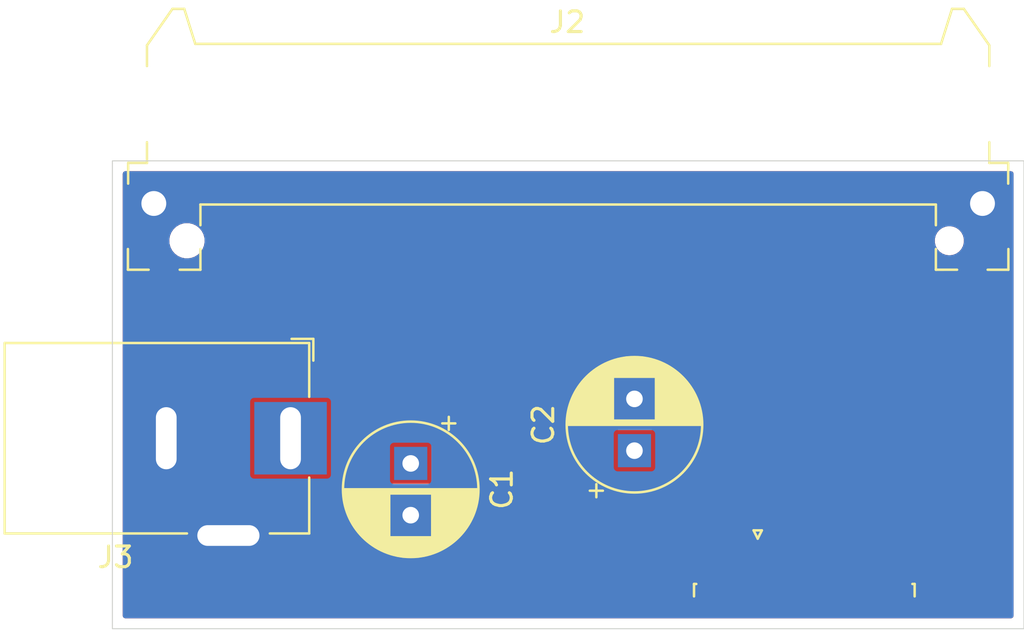
<source format=kicad_pcb>
(kicad_pcb (version 20221018) (generator pcbnew)
  (title_block (title "Tape SATA Plug") (date "2024-03-14") (rev "1.0") (company "JetERA Creative") (comment 1 "https://creativecommons.org/licenses/by-sa/4.0/legalcode.en") (comment 2 "Use of this schematic is governed under the CC BY-SA 4.0 International license."))
  (layers (0 "F.Cu" signal) (31 "B.Cu" signal) (34 "B.Paste" user) (35 "F.Paste" user) (36 "B.SilkS" user "B.Silkscreen") (37 "F.SilkS" user "F.Silkscreen") (38 "B.Mask" user) (39 "F.Mask" user) (44 "Edge.Cuts" user))
  (net 0 "")
  (net 1 "GND")
  (net 2 "+12V")
  (net 6 "/B+")
  (net 7 "/B-")
  (net 8 "/A-")
  (net 9 "/A+")
  (net 10 "/5V")
  (footprint "Connector_SATA_SAS:SATA_Amphenol_10029364-001LF_Horizontal" (layer "F.Cu") (at 150 84.20492)
    (fp_text reference "J2" (at -0.04064 -9.90624) (layer "F.SilkS"))
    (fp_text value "~")
    (fp_line (start -21.25 1.05508) (end -21.25 2.05508) (stroke (width 0.12)) (layer "F.SilkS"))
    (fp_line (start -21.25 2.05508) (end -20.25 2.05508) (stroke (width 0.12)) (layer "F.SilkS"))
    (fp_line (start -21.24 -3.10492) (end -21.24 -2.10492) (stroke (width 0.12)) (layer "F.SilkS"))
    (fp_line (start -21.24 -3.10492) (end -20.33 -3.10492) (stroke (width 0.12)) (layer "F.SilkS"))
    (fp_line (start -20.33 -8.78492) (end -20.33 -7.78492) (stroke (width 0.12)) (layer "F.SilkS"))
    (fp_line (start -20.33 -8.78492) (end -19.1 -10.54492) (stroke (width 0.12)) (layer "F.SilkS"))
    (fp_line (start -20.33 -3.10492) (end -20.33 -4.10492) (stroke (width 0.12)) (layer "F.SilkS"))
    (fp_line (start -19.1 -10.54492) (end -18.53 -10.54492) (stroke (width 0.12)) (layer "F.SilkS"))
    (fp_line (start -18.75 2.05508) (end -17.75 2.05508) (stroke (width 0.12)) (layer "F.SilkS"))
    (fp_line (start -18 -8.85492) (end -18.53 -10.54492) (stroke (width 0.12)) (layer "F.SilkS"))
    (fp_line (start -17.75 -1.09492) (end -17.75 -0.09492) (stroke (width 0.12)) (layer "F.SilkS"))
    (fp_line (start -17.75 1.05508) (end -17.75 2.05508) (stroke (width 0.12)) (layer "F.SilkS"))
    (fp_line (start 17.75 -1.09492) (end -17.75 -1.09492) (stroke (width 0.12)) (layer "F.SilkS"))
    (fp_line (start 17.75 -1.09492) (end 17.75 -0.09492) (stroke (width 0.12)) (layer "F.SilkS"))
    (fp_line (start 17.75 1.05508) (end 17.75 2.05508) (stroke (width 0.12)) (layer "F.SilkS"))
    (fp_line (start 18 -8.85492) (end -18 -8.85492) (stroke (width 0.12)) (layer "F.SilkS"))
    (fp_line (start 18 -8.85492) (end 18.53 -10.54492) (stroke (width 0.12)) (layer "F.SilkS"))
    (fp_line (start 18.77314 2.05486) (end 17.75 2.05508) (stroke (width 0.12)) (layer "F.SilkS"))
    (fp_line (start 19.1 -10.54492) (end 18.53 -10.54492) (stroke (width 0.12)) (layer "F.SilkS"))
    (fp_line (start 20.33 -8.78492) (end 19.1 -10.54492) (stroke (width 0.12)) (layer "F.SilkS"))
    (fp_line (start 20.33 -8.78492) (end 20.33 -7.78492) (stroke (width 0.12)) (layer "F.SilkS"))
    (fp_line (start 20.33 -3.10492) (end 20.33 -4.10492) (stroke (width 0.12)) (layer "F.SilkS"))
    (fp_line (start 21.24 -3.10492) (end 20.33 -3.10492) (stroke (width 0.12)) (layer "F.SilkS"))
    (fp_line (start 21.24 -3.10492) (end 21.24 -2.10492) (stroke (width 0.12)) (layer "F.SilkS"))
    (fp_line (start 21.25 1.05508) (end 21.25 2.05508) (stroke (width 0.12)) (layer "F.SilkS"))
    (fp_line (start 21.25 2.05508) (end 20.25 2.05508) (stroke (width 0.12)) (layer "F.SilkS"))
    (pad "" np_thru_hole circle (at -18.4 0.65508) (size 1.2 1.2) (drill 1.2) (layers "*.Mask" "B.Cu"))
    (pad "" np_thru_hole circle (at 18.4 0.65508) (size 0.9 0.9) (drill 0.9) (layers "*.Mask" "B.Cu"))
    (pad "MP" thru_hole circle (at -20 -1.14492) (size 1.6 1.6) (drill 1.2) (layers "*.Cu" "*.Mask") (net 1 "GND"))
    (pad "MP" thru_hole circle (at 20 -1.14492) (size 1.6 1.6) (drill 1.2) (layers "*.Cu" "*.Mask") (net 1 "GND"))
    (pad "P1" smd rect (at 1.905 0.99508) (size 0.65 1.9) (layers "F.Cu" "F.Paste" "F.Mask"))
    (pad "P2" smd rect (at 0.635 0.99508) (size 0.65 1.9) (layers "F.Cu" "F.Paste" "F.Mask"))
    (pad "P3" smd rect (at -0.635 0.99508) (size 0.65 1.9) (layers "F.Cu" "F.Paste" "F.Mask"))
    (pad "P4" smd rect (at -1.905 0.99508) (size 0.65 1.9) (layers "F.Cu" "F.Paste" "F.Mask") (net 1 "GND"))
    (pad "P5" smd rect (at -3.175 0.99508) (size 0.65 1.9) (layers "F.Cu" "F.Paste" "F.Mask") (net 1 "GND"))
    (pad "P6" smd rect (at -4.445 0.99508) (size 0.65 1.9) (layers "F.Cu" "F.Paste" "F.Mask") (net 1 "GND"))
    (pad "P7" smd rect (at -5.715 0.99508) (size 0.65 1.9) (layers "F.Cu" "F.Paste" "F.Mask") (net 10 "/5V"))
    (pad "P8" smd rect (at -6.985 0.99508) (size 0.65 1.9) (layers "F.Cu" "F.Paste" "F.Mask") (net 10 "/5V"))
    (pad "P9" smd rect (at -8.255 0.99508) (size 0.65 1.9) (layers "F.Cu" "F.Paste" "F.Mask") (net 10 "/5V"))
    (pad "P10" smd rect (at -9.525 0.99508) (size 0.65 1.9) (layers "F.Cu" "F.Paste" "F.Mask") (net 1 "GND"))
    (pad "P11" smd rect (at -10.795 0.99508) (size 0.65 1.9) (layers "F.Cu" "F.Paste" "F.Mask") (net 1 "GND"))
    (pad "P12" smd rect (at -12.065 0.99508) (size 0.65 1.9) (layers "F.Cu" "F.Paste" "F.Mask") (net 1 "GND"))
    (pad "P13" smd rect (at -13.335 0.99508) (size 0.65 1.9) (layers "F.Cu" "F.Paste" "F.Mask") (net 2 "+12V"))
    (pad "P14" smd rect (at -14.605 0.99508) (size 0.65 1.9) (layers "F.Cu" "F.Paste" "F.Mask") (net 2 "+12V"))
    (pad "P15" smd rect (at -15.875 0.99508) (size 0.65 1.9) (layers "F.Cu" "F.Paste" "F.Mask") (net 2 "+12V"))
    (pad "S1" smd rect (at 15.87 0.99508) (size 0.65 1.9) (layers "F.Cu" "F.Paste" "F.Mask") (net 1 "GND"))
    (pad "S2" smd rect (at 14.6 0.99508) (size 0.65 1.9) (layers "F.Cu" "F.Paste" "F.Mask") (net 9 "/A+"))
    (pad "S3" smd rect (at 13.33 0.99508) (size 0.65 1.9) (layers "F.Cu" "F.Paste" "F.Mask") (net 8 "/A-"))
    (pad "S4" smd rect (at 12.06 0.99508) (size 0.65 1.9) (layers "F.Cu" "F.Paste" "F.Mask") (net 1 "GND"))
    (pad "S5" smd rect (at 10.79 0.99508) (size 0.65 1.9) (layers "F.Cu" "F.Paste" "F.Mask") (net 7 "/B-"))
    (pad "S6" smd rect (at 9.52 0.99508) (size 0.65 1.9) (layers "F.Cu" "F.Paste" "F.Mask") (net 6 "/B+"))
    (pad "S7" smd rect (at 8.25 0.99508) (size 0.65 1.9) (layers "F.Cu" "F.Paste" "F.Mask") (net 1 "GND"))
  )
  (footprint "Connector_FFC-FPC:TE_1-1734839-0_1x10-1MP_P0.5mm_Horizontal" (layer "F.Cu") (at 161.4 99.4)
    (fp_text reference "J1" hide)
    (fp_text value "Conn_01x10_MountingPin")
    (fp_line (start -5.325 2.04) (end -5.325 2.64) (stroke (width 0.12)) (layer "F.SilkS"))
    (fp_line (start -5.215 2.04) (end -5.325 2.04) (stroke (width 0.12)) (layer "F.SilkS"))
    (fp_line (start -2.45 -0.55) (end -2.25 -0.15) (stroke (width 0.12)) (layer "F.SilkS"))
    (fp_line (start -2.25 -0.15) (end -2.05 -0.55) (stroke (width 0.12)) (layer "F.SilkS"))
    (fp_line (start -2.05 -0.55) (end -2.45 -0.55) (stroke (width 0.12)) (layer "F.SilkS"))
    (fp_line (start 5.215 2.04) (end 5.325 2.04) (stroke (width 0.12)) (layer "F.SilkS"))
    (fp_line (start 5.325 2.04) (end 5.325 2.64) (stroke (width 0.12)) (layer "F.SilkS"))
    (pad "1" smd rect (at -2.25 -1.35) (size 0.3 1.1) (layers "F.Cu" "F.Paste" "F.Mask") (net 10 "/5V"))
    (pad "2" smd rect (at -1.75 -1.35) (size 0.3 1.1) (layers "F.Cu" "F.Paste" "F.Mask") (net 10 "/5V"))
    (pad "3" smd rect (at -1.25 -1.35) (size 0.3 1.1) (layers "F.Cu" "F.Paste" "F.Mask") (net 10 "/5V"))
    (pad "4" smd rect (at -0.75 -1.35) (size 0.3 1.1) (layers "F.Cu" "F.Paste" "F.Mask") (net 1 "GND"))
    (pad "5" smd rect (at -0.25 -1.35) (size 0.3 1.1) (layers "F.Cu" "F.Paste" "F.Mask") (net 6 "/B+"))
    (pad "6" smd rect (at 0.25 -1.35) (size 0.3 1.1) (layers "F.Cu" "F.Paste" "F.Mask") (net 7 "/B-"))
    (pad "7" smd rect (at 0.75 -1.35) (size 0.3 1.1) (layers "F.Cu" "F.Paste" "F.Mask") (net 1 "GND"))
    (pad "8" smd rect (at 1.25 -1.35) (size 0.3 1.1) (layers "F.Cu" "F.Paste" "F.Mask") (net 8 "/A-"))
    (pad "9" smd rect (at 1.75 -1.35) (size 0.3 1.1) (layers "F.Cu" "F.Paste" "F.Mask") (net 9 "/A+"))
    (pad "10" smd rect (at 2.25 -1.35) (size 0.3 1.1) (layers "F.Cu" "F.Paste" "F.Mask") (net 1 "GND"))
    (pad "MP" smd rect (at -3.92 0.35) (size 2.3 3.1) (layers "F.Cu" "F.Paste" "F.Mask") (net 1 "GND"))
    (pad "MP" smd rect (at 3.92 0.35) (size 2.3 3.1) (layers "F.Cu" "F.Paste" "F.Mask") (net 1 "GND"))
  )
  (footprint "Connector_BarrelJack:BarrelJack_Horizontal" (layer "F.Cu") (at 136.6 94.4)
    (fp_text reference "J3" (at -8.45 5.75) (layer "F.SilkS"))
    (fp_text value "Barrel_Jack_Switch")
    (fp_line (start -13.8 -4.6) (end 0.9 -4.6) (stroke (width 0.12)) (layer "F.SilkS"))
    (fp_line (start -13.8 4.6) (end -13.8 -4.6) (stroke (width 0.12)) (layer "F.SilkS"))
    (fp_line (start -5 4.6) (end -13.8 4.6) (stroke (width 0.12)) (layer "F.SilkS"))
    (fp_line (start 0.05 -4.8) (end 1.1 -4.8) (stroke (width 0.12)) (layer "F.SilkS"))
    (fp_line (start 0.9 -4.6) (end 0.9 -2) (stroke (width 0.12)) (layer "F.SilkS"))
    (fp_line (start 0.9 1.9) (end 0.9 4.6) (stroke (width 0.12)) (layer "F.SilkS"))
    (fp_line (start 0.9 4.6) (end -1 4.6) (stroke (width 0.12)) (layer "F.SilkS"))
    (fp_line (start 1.1 -3.75) (end 1.1 -4.8) (stroke (width 0.12)) (layer "F.SilkS"))
    (pad "1" thru_hole rect (at 0 0) (size 3.5 3.5) (drill oval 1 3) (layers "*.Cu" "*.Mask") (net 2 "+12V"))
    (pad "2" thru_hole roundrect (at -6 0) (size 3 3.5) (drill oval 1 3) (layers "*.Cu" "*.Mask") (net 1 "GND"))
    (pad "3" thru_hole roundrect (at -3 4.7) (size 3.5 3.5) (drill oval 3 1) (layers "*.Cu" "*.Mask") (net 1 "GND"))
  )
  (footprint "Capacitor_THT:CP_Radial_D6.3mm_P2.50mm" (layer "F.Cu") (at 142.4 95.617621 -90)
    (fp_text reference "C1" (at 1.25 -4.4 90) (layer "F.SilkS"))
    (fp_text value "470uF")
    (fp_line (start -2.250241 -1.839) (end -1.620241 -1.839) (stroke (width 0.12)) (layer "F.SilkS"))
    (fp_line (start -1.935241 -2.154) (end -1.935241 -1.524) (stroke (width 0.12)) (layer "F.SilkS"))
    (fp_line (start 1.25 -3.23) (end 1.25 3.23) (stroke (width 0.12)) (layer "F.SilkS"))
    (fp_line (start 1.29 -3.23) (end 1.29 3.23) (stroke (width 0.12)) (layer "F.SilkS"))
    (fp_line (start 1.33 -3.23) (end 1.33 3.23) (stroke (width 0.12)) (layer "F.SilkS"))
    (fp_line (start 1.37 -3.228) (end 1.37 3.228) (stroke (width 0.12)) (layer "F.SilkS"))
    (fp_line (start 1.41 -3.227) (end 1.41 3.227) (stroke (width 0.12)) (layer "F.SilkS"))
    (fp_line (start 1.45 -3.224) (end 1.45 3.224) (stroke (width 0.12)) (layer "F.SilkS"))
    (fp_line (start 1.49 -3.222) (end 1.49 -1.04) (stroke (width 0.12)) (layer "F.SilkS"))
    (fp_line (start 1.49 1.04) (end 1.49 3.222) (stroke (width 0.12)) (layer "F.SilkS"))
    (fp_line (start 1.53 -3.218) (end 1.53 -1.04) (stroke (width 0.12)) (layer "F.SilkS"))
    (fp_line (start 1.53 1.04) (end 1.53 3.218) (stroke (width 0.12)) (layer "F.SilkS"))
    (fp_line (start 1.57 -3.215) (end 1.57 -1.04) (stroke (width 0.12)) (layer "F.SilkS"))
    (fp_line (start 1.57 1.04) (end 1.57 3.215) (stroke (width 0.12)) (layer "F.SilkS"))
    (fp_line (start 1.61 -3.211) (end 1.61 -1.04) (stroke (width 0.12)) (layer "F.SilkS"))
    (fp_line (start 1.61 1.04) (end 1.61 3.211) (stroke (width 0.12)) (layer "F.SilkS"))
    (fp_line (start 1.65 -3.206) (end 1.65 -1.04) (stroke (width 0.12)) (layer "F.SilkS"))
    (fp_line (start 1.65 1.04) (end 1.65 3.206) (stroke (width 0.12)) (layer "F.SilkS"))
    (fp_line (start 1.69 -3.201) (end 1.69 -1.04) (stroke (width 0.12)) (layer "F.SilkS"))
    (fp_line (start 1.69 1.04) (end 1.69 3.201) (stroke (width 0.12)) (layer "F.SilkS"))
    (fp_line (start 1.73 -3.195) (end 1.73 -1.04) (stroke (width 0.12)) (layer "F.SilkS"))
    (fp_line (start 1.73 1.04) (end 1.73 3.195) (stroke (width 0.12)) (layer "F.SilkS"))
    (fp_line (start 1.77 -3.189) (end 1.77 -1.04) (stroke (width 0.12)) (layer "F.SilkS"))
    (fp_line (start 1.77 1.04) (end 1.77 3.189) (stroke (width 0.12)) (layer "F.SilkS"))
    (fp_line (start 1.81 -3.182) (end 1.81 -1.04) (stroke (width 0.12)) (layer "F.SilkS"))
    (fp_line (start 1.81 1.04) (end 1.81 3.182) (stroke (width 0.12)) (layer "F.SilkS"))
    (fp_line (start 1.85 -3.175) (end 1.85 -1.04) (stroke (width 0.12)) (layer "F.SilkS"))
    (fp_line (start 1.85 1.04) (end 1.85 3.175) (stroke (width 0.12)) (layer "F.SilkS"))
    (fp_line (start 1.89 -3.167) (end 1.89 -1.04) (stroke (width 0.12)) (layer "F.SilkS"))
    (fp_line (start 1.89 1.04) (end 1.89 3.167) (stroke (width 0.12)) (layer "F.SilkS"))
    (fp_line (start 1.93 -3.159) (end 1.93 -1.04) (stroke (width 0.12)) (layer "F.SilkS"))
    (fp_line (start 1.93 1.04) (end 1.93 3.159) (stroke (width 0.12)) (layer "F.SilkS"))
    (fp_line (start 1.971 -3.15) (end 1.971 -1.04) (stroke (width 0.12)) (layer "F.SilkS"))
    (fp_line (start 1.971 1.04) (end 1.971 3.15) (stroke (width 0.12)) (layer "F.SilkS"))
    (fp_line (start 2.011 -3.141) (end 2.011 -1.04) (stroke (width 0.12)) (layer "F.SilkS"))
    (fp_line (start 2.011 1.04) (end 2.011 3.141) (stroke (width 0.12)) (layer "F.SilkS"))
    (fp_line (start 2.051 -3.131) (end 2.051 -1.04) (stroke (width 0.12)) (layer "F.SilkS"))
    (fp_line (start 2.051 1.04) (end 2.051 3.131) (stroke (width 0.12)) (layer "F.SilkS"))
    (fp_line (start 2.091 -3.121) (end 2.091 -1.04) (stroke (width 0.12)) (layer "F.SilkS"))
    (fp_line (start 2.091 1.04) (end 2.091 3.121) (stroke (width 0.12)) (layer "F.SilkS"))
    (fp_line (start 2.131 -3.11) (end 2.131 -1.04) (stroke (width 0.12)) (layer "F.SilkS"))
    (fp_line (start 2.131 1.04) (end 2.131 3.11) (stroke (width 0.12)) (layer "F.SilkS"))
    (fp_line (start 2.171 -3.098) (end 2.171 -1.04) (stroke (width 0.12)) (layer "F.SilkS"))
    (fp_line (start 2.171 1.04) (end 2.171 3.098) (stroke (width 0.12)) (layer "F.SilkS"))
    (fp_line (start 2.211 -3.086) (end 2.211 -1.04) (stroke (width 0.12)) (layer "F.SilkS"))
    (fp_line (start 2.211 1.04) (end 2.211 3.086) (stroke (width 0.12)) (layer "F.SilkS"))
    (fp_line (start 2.251 -3.074) (end 2.251 -1.04) (stroke (width 0.12)) (layer "F.SilkS"))
    (fp_line (start 2.251 1.04) (end 2.251 3.074) (stroke (width 0.12)) (layer "F.SilkS"))
    (fp_line (start 2.291 -3.061) (end 2.291 -1.04) (stroke (width 0.12)) (layer "F.SilkS"))
    (fp_line (start 2.291 1.04) (end 2.291 3.061) (stroke (width 0.12)) (layer "F.SilkS"))
    (fp_line (start 2.331 -3.047) (end 2.331 -1.04) (stroke (width 0.12)) (layer "F.SilkS"))
    (fp_line (start 2.331 1.04) (end 2.331 3.047) (stroke (width 0.12)) (layer "F.SilkS"))
    (fp_line (start 2.371 -3.033) (end 2.371 -1.04) (stroke (width 0.12)) (layer "F.SilkS"))
    (fp_line (start 2.371 1.04) (end 2.371 3.033) (stroke (width 0.12)) (layer "F.SilkS"))
    (fp_line (start 2.411 -3.018) (end 2.411 -1.04) (stroke (width 0.12)) (layer "F.SilkS"))
    (fp_line (start 2.411 1.04) (end 2.411 3.018) (stroke (width 0.12)) (layer "F.SilkS"))
    (fp_line (start 2.451 -3.002) (end 2.451 -1.04) (stroke (width 0.12)) (layer "F.SilkS"))
    (fp_line (start 2.451 1.04) (end 2.451 3.002) (stroke (width 0.12)) (layer "F.SilkS"))
    (fp_line (start 2.491 -2.986) (end 2.491 -1.04) (stroke (width 0.12)) (layer "F.SilkS"))
    (fp_line (start 2.491 1.04) (end 2.491 2.986) (stroke (width 0.12)) (layer "F.SilkS"))
    (fp_line (start 2.531 -2.97) (end 2.531 -1.04) (stroke (width 0.12)) (layer "F.SilkS"))
    (fp_line (start 2.531 1.04) (end 2.531 2.97) (stroke (width 0.12)) (layer "F.SilkS"))
    (fp_line (start 2.571 -2.952) (end 2.571 -1.04) (stroke (width 0.12)) (layer "F.SilkS"))
    (fp_line (start 2.571 1.04) (end 2.571 2.952) (stroke (width 0.12)) (layer "F.SilkS"))
    (fp_line (start 2.611 -2.934) (end 2.611 -1.04) (stroke (width 0.12)) (layer "F.SilkS"))
    (fp_line (start 2.611 1.04) (end 2.611 2.934) (stroke (width 0.12)) (layer "F.SilkS"))
    (fp_line (start 2.651 -2.916) (end 2.651 -1.04) (stroke (width 0.12)) (layer "F.SilkS"))
    (fp_line (start 2.651 1.04) (end 2.651 2.916) (stroke (width 0.12)) (layer "F.SilkS"))
    (fp_line (start 2.691 -2.896) (end 2.691 -1.04) (stroke (width 0.12)) (layer "F.SilkS"))
    (fp_line (start 2.691 1.04) (end 2.691 2.896) (stroke (width 0.12)) (layer "F.SilkS"))
    (fp_line (start 2.731 -2.876) (end 2.731 -1.04) (stroke (width 0.12)) (layer "F.SilkS"))
    (fp_line (start 2.731 1.04) (end 2.731 2.876) (stroke (width 0.12)) (layer "F.SilkS"))
    (fp_line (start 2.771 -2.856) (end 2.771 -1.04) (stroke (width 0.12)) (layer "F.SilkS"))
    (fp_line (start 2.771 1.04) (end 2.771 2.856) (stroke (width 0.12)) (layer "F.SilkS"))
    (fp_line (start 2.811 -2.834) (end 2.811 -1.04) (stroke (width 0.12)) (layer "F.SilkS"))
    (fp_line (start 2.811 1.04) (end 2.811 2.834) (stroke (width 0.12)) (layer "F.SilkS"))
    (fp_line (start 2.851 -2.812) (end 2.851 -1.04) (stroke (width 0.12)) (layer "F.SilkS"))
    (fp_line (start 2.851 1.04) (end 2.851 2.812) (stroke (width 0.12)) (layer "F.SilkS"))
    (fp_line (start 2.891 -2.79) (end 2.891 -1.04) (stroke (width 0.12)) (layer "F.SilkS"))
    (fp_line (start 2.891 1.04) (end 2.891 2.79) (stroke (width 0.12)) (layer "F.SilkS"))
    (fp_line (start 2.931 -2.766) (end 2.931 -1.04) (stroke (width 0.12)) (layer "F.SilkS"))
    (fp_line (start 2.931 1.04) (end 2.931 2.766) (stroke (width 0.12)) (layer "F.SilkS"))
    (fp_line (start 2.971 -2.742) (end 2.971 -1.04) (stroke (width 0.12)) (layer "F.SilkS"))
    (fp_line (start 2.971 1.04) (end 2.971 2.742) (stroke (width 0.12)) (layer "F.SilkS"))
    (fp_line (start 3.011 -2.716) (end 3.011 -1.04) (stroke (width 0.12)) (layer "F.SilkS"))
    (fp_line (start 3.011 1.04) (end 3.011 2.716) (stroke (width 0.12)) (layer "F.SilkS"))
    (fp_line (start 3.051 -2.69) (end 3.051 -1.04) (stroke (width 0.12)) (layer "F.SilkS"))
    (fp_line (start 3.051 1.04) (end 3.051 2.69) (stroke (width 0.12)) (layer "F.SilkS"))
    (fp_line (start 3.091 -2.664) (end 3.091 -1.04) (stroke (width 0.12)) (layer "F.SilkS"))
    (fp_line (start 3.091 1.04) (end 3.091 2.664) (stroke (width 0.12)) (layer "F.SilkS"))
    (fp_line (start 3.131 -2.636) (end 3.131 -1.04) (stroke (width 0.12)) (layer "F.SilkS"))
    (fp_line (start 3.131 1.04) (end 3.131 2.636) (stroke (width 0.12)) (layer "F.SilkS"))
    (fp_line (start 3.171 -2.607) (end 3.171 -1.04) (stroke (width 0.12)) (layer "F.SilkS"))
    (fp_line (start 3.171 1.04) (end 3.171 2.607) (stroke (width 0.12)) (layer "F.SilkS"))
    (fp_line (start 3.211 -2.578) (end 3.211 -1.04) (stroke (width 0.12)) (layer "F.SilkS"))
    (fp_line (start 3.211 1.04) (end 3.211 2.578) (stroke (width 0.12)) (layer "F.SilkS"))
    (fp_line (start 3.251 -2.548) (end 3.251 -1.04) (stroke (width 0.12)) (layer "F.SilkS"))
    (fp_line (start 3.251 1.04) (end 3.251 2.548) (stroke (width 0.12)) (layer "F.SilkS"))
    (fp_line (start 3.291 -2.516) (end 3.291 -1.04) (stroke (width 0.12)) (layer "F.SilkS"))
    (fp_line (start 3.291 1.04) (end 3.291 2.516) (stroke (width 0.12)) (layer "F.SilkS"))
    (fp_line (start 3.331 -2.484) (end 3.331 -1.04) (stroke (width 0.12)) (layer "F.SilkS"))
    (fp_line (start 3.331 1.04) (end 3.331 2.484) (stroke (width 0.12)) (layer "F.SilkS"))
    (fp_line (start 3.371 -2.45) (end 3.371 -1.04) (stroke (width 0.12)) (layer "F.SilkS"))
    (fp_line (start 3.371 1.04) (end 3.371 2.45) (stroke (width 0.12)) (layer "F.SilkS"))
    (fp_line (start 3.411 -2.416) (end 3.411 -1.04) (stroke (width 0.12)) (layer "F.SilkS"))
    (fp_line (start 3.411 1.04) (end 3.411 2.416) (stroke (width 0.12)) (layer "F.SilkS"))
    (fp_line (start 3.451 -2.38) (end 3.451 -1.04) (stroke (width 0.12)) (layer "F.SilkS"))
    (fp_line (start 3.451 1.04) (end 3.451 2.38) (stroke (width 0.12)) (layer "F.SilkS"))
    (fp_line (start 3.491 -2.343) (end 3.491 -1.04) (stroke (width 0.12)) (layer "F.SilkS"))
    (fp_line (start 3.491 1.04) (end 3.491 2.343) (stroke (width 0.12)) (layer "F.SilkS"))
    (fp_line (start 3.531 -2.305) (end 3.531 -1.04) (stroke (width 0.12)) (layer "F.SilkS"))
    (fp_line (start 3.531 1.04) (end 3.531 2.305) (stroke (width 0.12)) (layer "F.SilkS"))
    (fp_line (start 3.571 -2.265) (end 3.571 2.265) (stroke (width 0.12)) (layer "F.SilkS"))
    (fp_line (start 3.611 -2.224) (end 3.611 2.224) (stroke (width 0.12)) (layer "F.SilkS"))
    (fp_line (start 3.651 -2.182) (end 3.651 2.182) (stroke (width 0.12)) (layer "F.SilkS"))
    (fp_line (start 3.691 -2.137) (end 3.691 2.137) (stroke (width 0.12)) (layer "F.SilkS"))
    (fp_line (start 3.731 -2.092) (end 3.731 2.092) (stroke (width 0.12)) (layer "F.SilkS"))
    (fp_line (start 3.771 -2.044) (end 3.771 2.044) (stroke (width 0.12)) (layer "F.SilkS"))
    (fp_line (start 3.811 -1.995) (end 3.811 1.995) (stroke (width 0.12)) (layer "F.SilkS"))
    (fp_line (start 3.851 -1.944) (end 3.851 1.944) (stroke (width 0.12)) (layer "F.SilkS"))
    (fp_line (start 3.891 -1.89) (end 3.891 1.89) (stroke (width 0.12)) (layer "F.SilkS"))
    (fp_line (start 3.931 -1.834) (end 3.931 1.834) (stroke (width 0.12)) (layer "F.SilkS"))
    (fp_line (start 3.971 -1.776) (end 3.971 1.776) (stroke (width 0.12)) (layer "F.SilkS"))
    (fp_line (start 4.011 -1.714) (end 4.011 1.714) (stroke (width 0.12)) (layer "F.SilkS"))
    (fp_line (start 4.051 -1.65) (end 4.051 1.65) (stroke (width 0.12)) (layer "F.SilkS"))
    (fp_line (start 4.091 -1.581) (end 4.091 1.581) (stroke (width 0.12)) (layer "F.SilkS"))
    (fp_line (start 4.131 -1.509) (end 4.131 1.509) (stroke (width 0.12)) (layer "F.SilkS"))
    (fp_line (start 4.171 -1.432) (end 4.171 1.432) (stroke (width 0.12)) (layer "F.SilkS"))
    (fp_line (start 4.211 -1.35) (end 4.211 1.35) (stroke (width 0.12)) (layer "F.SilkS"))
    (fp_line (start 4.251 -1.262) (end 4.251 1.262) (stroke (width 0.12)) (layer "F.SilkS"))
    (fp_line (start 4.291 -1.165) (end 4.291 1.165) (stroke (width 0.12)) (layer "F.SilkS"))
    (fp_line (start 4.331 -1.059) (end 4.331 1.059) (stroke (width 0.12)) (layer "F.SilkS"))
    (fp_line (start 4.371 -0.94) (end 4.371 0.94) (stroke (width 0.12)) (layer "F.SilkS"))
    (fp_line (start 4.411 -0.802) (end 4.411 0.802) (stroke (width 0.12)) (layer "F.SilkS"))
    (fp_line (start 4.451 -0.633) (end 4.451 0.633) (stroke (width 0.12)) (layer "F.SilkS"))
    (fp_line (start 4.491 -0.402) (end 4.491 0.402) (stroke (width 0.12)) (layer "F.SilkS"))
    (fp_circle (center 1.25 0) (end 4.52 0) (stroke (width 0.12)) (fill none) (layer "F.SilkS"))
    (pad "1" thru_hole rect (at 0 0 270) (size 1.6 1.6) (drill 0.8) (layers "*.Cu" "*.Mask") (net 2 "+12V"))
    (pad "2" thru_hole circle (at 2.5 0 270) (size 1.6 1.6) (drill 0.8) (layers "*.Cu" "*.Mask") (net 1 "GND"))
  )
  (footprint "Capacitor_THT:CP_Radial_D6.3mm_P2.50mm" (layer "F.Cu") (at 153.2 95 90)
    (fp_text reference "C2" (at 1.25 -4.4 90) (layer "F.SilkS"))
    (fp_text value "470uF")
    (fp_line (start -2.250241 -1.839) (end -1.620241 -1.839) (stroke (width 0.12)) (layer "F.SilkS"))
    (fp_line (start -1.935241 -2.154) (end -1.935241 -1.524) (stroke (width 0.12)) (layer "F.SilkS"))
    (fp_line (start 1.25 -3.23) (end 1.25 3.23) (stroke (width 0.12)) (layer "F.SilkS"))
    (fp_line (start 1.29 -3.23) (end 1.29 3.23) (stroke (width 0.12)) (layer "F.SilkS"))
    (fp_line (start 1.33 -3.23) (end 1.33 3.23) (stroke (width 0.12)) (layer "F.SilkS"))
    (fp_line (start 1.37 -3.228) (end 1.37 3.228) (stroke (width 0.12)) (layer "F.SilkS"))
    (fp_line (start 1.41 -3.227) (end 1.41 3.227) (stroke (width 0.12)) (layer "F.SilkS"))
    (fp_line (start 1.45 -3.224) (end 1.45 3.224) (stroke (width 0.12)) (layer "F.SilkS"))
    (fp_line (start 1.49 -3.222) (end 1.49 -1.04) (stroke (width 0.12)) (layer "F.SilkS"))
    (fp_line (start 1.49 1.04) (end 1.49 3.222) (stroke (width 0.12)) (layer "F.SilkS"))
    (fp_line (start 1.53 -3.218) (end 1.53 -1.04) (stroke (width 0.12)) (layer "F.SilkS"))
    (fp_line (start 1.53 1.04) (end 1.53 3.218) (stroke (width 0.12)) (layer "F.SilkS"))
    (fp_line (start 1.57 -3.215) (end 1.57 -1.04) (stroke (width 0.12)) (layer "F.SilkS"))
    (fp_line (start 1.57 1.04) (end 1.57 3.215) (stroke (width 0.12)) (layer "F.SilkS"))
    (fp_line (start 1.61 -3.211) (end 1.61 -1.04) (stroke (width 0.12)) (layer "F.SilkS"))
    (fp_line (start 1.61 1.04) (end 1.61 3.211) (stroke (width 0.12)) (layer "F.SilkS"))
    (fp_line (start 1.65 -3.206) (end 1.65 -1.04) (stroke (width 0.12)) (layer "F.SilkS"))
    (fp_line (start 1.65 1.04) (end 1.65 3.206) (stroke (width 0.12)) (layer "F.SilkS"))
    (fp_line (start 1.69 -3.201) (end 1.69 -1.04) (stroke (width 0.12)) (layer "F.SilkS"))
    (fp_line (start 1.69 1.04) (end 1.69 3.201) (stroke (width 0.12)) (layer "F.SilkS"))
    (fp_line (start 1.73 -3.195) (end 1.73 -1.04) (stroke (width 0.12)) (layer "F.SilkS"))
    (fp_line (start 1.73 1.04) (end 1.73 3.195) (stroke (width 0.12)) (layer "F.SilkS"))
    (fp_line (start 1.77 -3.189) (end 1.77 -1.04) (stroke (width 0.12)) (layer "F.SilkS"))
    (fp_line (start 1.77 1.04) (end 1.77 3.189) (stroke (width 0.12)) (layer "F.SilkS"))
    (fp_line (start 1.81 -3.182) (end 1.81 -1.04) (stroke (width 0.12)) (layer "F.SilkS"))
    (fp_line (start 1.81 1.04) (end 1.81 3.182) (stroke (width 0.12)) (layer "F.SilkS"))
    (fp_line (start 1.85 -3.175) (end 1.85 -1.04) (stroke (width 0.12)) (layer "F.SilkS"))
    (fp_line (start 1.85 1.04) (end 1.85 3.175) (stroke (width 0.12)) (layer "F.SilkS"))
    (fp_line (start 1.89 -3.167) (end 1.89 -1.04) (stroke (width 0.12)) (layer "F.SilkS"))
    (fp_line (start 1.89 1.04) (end 1.89 3.167) (stroke (width 0.12)) (layer "F.SilkS"))
    (fp_line (start 1.93 -3.159) (end 1.93 -1.04) (stroke (width 0.12)) (layer "F.SilkS"))
    (fp_line (start 1.93 1.04) (end 1.93 3.159) (stroke (width 0.12)) (layer "F.SilkS"))
    (fp_line (start 1.971 -3.15) (end 1.971 -1.04) (stroke (width 0.12)) (layer "F.SilkS"))
    (fp_line (start 1.971 1.04) (end 1.971 3.15) (stroke (width 0.12)) (layer "F.SilkS"))
    (fp_line (start 2.011 -3.141) (end 2.011 -1.04) (stroke (width 0.12)) (layer "F.SilkS"))
    (fp_line (start 2.011 1.04) (end 2.011 3.141) (stroke (width 0.12)) (layer "F.SilkS"))
    (fp_line (start 2.051 -3.131) (end 2.051 -1.04) (stroke (width 0.12)) (layer "F.SilkS"))
    (fp_line (start 2.051 1.04) (end 2.051 3.131) (stroke (width 0.12)) (layer "F.SilkS"))
    (fp_line (start 2.091 -3.121) (end 2.091 -1.04) (stroke (width 0.12)) (layer "F.SilkS"))
    (fp_line (start 2.091 1.04) (end 2.091 3.121) (stroke (width 0.12)) (layer "F.SilkS"))
    (fp_line (start 2.131 -3.11) (end 2.131 -1.04) (stroke (width 0.12)) (layer "F.SilkS"))
    (fp_line (start 2.131 1.04) (end 2.131 3.11) (stroke (width 0.12)) (layer "F.SilkS"))
    (fp_line (start 2.171 -3.098) (end 2.171 -1.04) (stroke (width 0.12)) (layer "F.SilkS"))
    (fp_line (start 2.171 1.04) (end 2.171 3.098) (stroke (width 0.12)) (layer "F.SilkS"))
    (fp_line (start 2.211 -3.086) (end 2.211 -1.04) (stroke (width 0.12)) (layer "F.SilkS"))
    (fp_line (start 2.211 1.04) (end 2.211 3.086) (stroke (width 0.12)) (layer "F.SilkS"))
    (fp_line (start 2.251 -3.074) (end 2.251 -1.04) (stroke (width 0.12)) (layer "F.SilkS"))
    (fp_line (start 2.251 1.04) (end 2.251 3.074) (stroke (width 0.12)) (layer "F.SilkS"))
    (fp_line (start 2.291 -3.061) (end 2.291 -1.04) (stroke (width 0.12)) (layer "F.SilkS"))
    (fp_line (start 2.291 1.04) (end 2.291 3.061) (stroke (width 0.12)) (layer "F.SilkS"))
    (fp_line (start 2.331 -3.047) (end 2.331 -1.04) (stroke (width 0.12)) (layer "F.SilkS"))
    (fp_line (start 2.331 1.04) (end 2.331 3.047) (stroke (width 0.12)) (layer "F.SilkS"))
    (fp_line (start 2.371 -3.033) (end 2.371 -1.04) (stroke (width 0.12)) (layer "F.SilkS"))
    (fp_line (start 2.371 1.04) (end 2.371 3.033) (stroke (width 0.12)) (layer "F.SilkS"))
    (fp_line (start 2.411 -3.018) (end 2.411 -1.04) (stroke (width 0.12)) (layer "F.SilkS"))
    (fp_line (start 2.411 1.04) (end 2.411 3.018) (stroke (width 0.12)) (layer "F.SilkS"))
    (fp_line (start 2.451 -3.002) (end 2.451 -1.04) (stroke (width 0.12)) (layer "F.SilkS"))
    (fp_line (start 2.451 1.04) (end 2.451 3.002) (stroke (width 0.12)) (layer "F.SilkS"))
    (fp_line (start 2.491 -2.986) (end 2.491 -1.04) (stroke (width 0.12)) (layer "F.SilkS"))
    (fp_line (start 2.491 1.04) (end 2.491 2.986) (stroke (width 0.12)) (layer "F.SilkS"))
    (fp_line (start 2.531 -2.97) (end 2.531 -1.04) (stroke (width 0.12)) (layer "F.SilkS"))
    (fp_line (start 2.531 1.04) (end 2.531 2.97) (stroke (width 0.12)) (layer "F.SilkS"))
    (fp_line (start 2.571 -2.952) (end 2.571 -1.04) (stroke (width 0.12)) (layer "F.SilkS"))
    (fp_line (start 2.571 1.04) (end 2.571 2.952) (stroke (width 0.12)) (layer "F.SilkS"))
    (fp_line (start 2.611 -2.934) (end 2.611 -1.04) (stroke (width 0.12)) (layer "F.SilkS"))
    (fp_line (start 2.611 1.04) (end 2.611 2.934) (stroke (width 0.12)) (layer "F.SilkS"))
    (fp_line (start 2.651 -2.916) (end 2.651 -1.04) (stroke (width 0.12)) (layer "F.SilkS"))
    (fp_line (start 2.651 1.04) (end 2.651 2.916) (stroke (width 0.12)) (layer "F.SilkS"))
    (fp_line (start 2.691 -2.896) (end 2.691 -1.04) (stroke (width 0.12)) (layer "F.SilkS"))
    (fp_line (start 2.691 1.04) (end 2.691 2.896) (stroke (width 0.12)) (layer "F.SilkS"))
    (fp_line (start 2.731 -2.876) (end 2.731 -1.04) (stroke (width 0.12)) (layer "F.SilkS"))
    (fp_line (start 2.731 1.04) (end 2.731 2.876) (stroke (width 0.12)) (layer "F.SilkS"))
    (fp_line (start 2.771 -2.856) (end 2.771 -1.04) (stroke (width 0.12)) (layer "F.SilkS"))
    (fp_line (start 2.771 1.04) (end 2.771 2.856) (stroke (width 0.12)) (layer "F.SilkS"))
    (fp_line (start 2.811 -2.834) (end 2.811 -1.04) (stroke (width 0.12)) (layer "F.SilkS"))
    (fp_line (start 2.811 1.04) (end 2.811 2.834) (stroke (width 0.12)) (layer "F.SilkS"))
    (fp_line (start 2.851 -2.812) (end 2.851 -1.04) (stroke (width 0.12)) (layer "F.SilkS"))
    (fp_line (start 2.851 1.04) (end 2.851 2.812) (stroke (width 0.12)) (layer "F.SilkS"))
    (fp_line (start 2.891 -2.79) (end 2.891 -1.04) (stroke (width 0.12)) (layer "F.SilkS"))
    (fp_line (start 2.891 1.04) (end 2.891 2.79) (stroke (width 0.12)) (layer "F.SilkS"))
    (fp_line (start 2.931 -2.766) (end 2.931 -1.04) (stroke (width 0.12)) (layer "F.SilkS"))
    (fp_line (start 2.931 1.04) (end 2.931 2.766) (stroke (width 0.12)) (layer "F.SilkS"))
    (fp_line (start 2.971 -2.742) (end 2.971 -1.04) (stroke (width 0.12)) (layer "F.SilkS"))
    (fp_line (start 2.971 1.04) (end 2.971 2.742) (stroke (width 0.12)) (layer "F.SilkS"))
    (fp_line (start 3.011 -2.716) (end 3.011 -1.04) (stroke (width 0.12)) (layer "F.SilkS"))
    (fp_line (start 3.011 1.04) (end 3.011 2.716) (stroke (width 0.12)) (layer "F.SilkS"))
    (fp_line (start 3.051 -2.69) (end 3.051 -1.04) (stroke (width 0.12)) (layer "F.SilkS"))
    (fp_line (start 3.051 1.04) (end 3.051 2.69) (stroke (width 0.12)) (layer "F.SilkS"))
    (fp_line (start 3.091 -2.664) (end 3.091 -1.04) (stroke (width 0.12)) (layer "F.SilkS"))
    (fp_line (start 3.091 1.04) (end 3.091 2.664) (stroke (width 0.12)) (layer "F.SilkS"))
    (fp_line (start 3.131 -2.636) (end 3.131 -1.04) (stroke (width 0.12)) (layer "F.SilkS"))
    (fp_line (start 3.131 1.04) (end 3.131 2.636) (stroke (width 0.12)) (layer "F.SilkS"))
    (fp_line (start 3.171 -2.607) (end 3.171 -1.04) (stroke (width 0.12)) (layer "F.SilkS"))
    (fp_line (start 3.171 1.04) (end 3.171 2.607) (stroke (width 0.12)) (layer "F.SilkS"))
    (fp_line (start 3.211 -2.578) (end 3.211 -1.04) (stroke (width 0.12)) (layer "F.SilkS"))
    (fp_line (start 3.211 1.04) (end 3.211 2.578) (stroke (width 0.12)) (layer "F.SilkS"))
    (fp_line (start 3.251 -2.548) (end 3.251 -1.04) (stroke (width 0.12)) (layer "F.SilkS"))
    (fp_line (start 3.251 1.04) (end 3.251 2.548) (stroke (width 0.12)) (layer "F.SilkS"))
    (fp_line (start 3.291 -2.516) (end 3.291 -1.04) (stroke (width 0.12)) (layer "F.SilkS"))
    (fp_line (start 3.291 1.04) (end 3.291 2.516) (stroke (width 0.12)) (layer "F.SilkS"))
    (fp_line (start 3.331 -2.484) (end 3.331 -1.04) (stroke (width 0.12)) (layer "F.SilkS"))
    (fp_line (start 3.331 1.04) (end 3.331 2.484) (stroke (width 0.12)) (layer "F.SilkS"))
    (fp_line (start 3.371 -2.45) (end 3.371 -1.04) (stroke (width 0.12)) (layer "F.SilkS"))
    (fp_line (start 3.371 1.04) (end 3.371 2.45) (stroke (width 0.12)) (layer "F.SilkS"))
    (fp_line (start 3.411 -2.416) (end 3.411 -1.04) (stroke (width 0.12)) (layer "F.SilkS"))
    (fp_line (start 3.411 1.04) (end 3.411 2.416) (stroke (width 0.12)) (layer "F.SilkS"))
    (fp_line (start 3.451 -2.38) (end 3.451 -1.04) (stroke (width 0.12)) (layer "F.SilkS"))
    (fp_line (start 3.451 1.04) (end 3.451 2.38) (stroke (width 0.12)) (layer "F.SilkS"))
    (fp_line (start 3.491 -2.343) (end 3.491 -1.04) (stroke (width 0.12)) (layer "F.SilkS"))
    (fp_line (start 3.491 1.04) (end 3.491 2.343) (stroke (width 0.12)) (layer "F.SilkS"))
    (fp_line (start 3.531 -2.305) (end 3.531 -1.04) (stroke (width 0.12)) (layer "F.SilkS"))
    (fp_line (start 3.531 1.04) (end 3.531 2.305) (stroke (width 0.12)) (layer "F.SilkS"))
    (fp_line (start 3.571 -2.265) (end 3.571 2.265) (stroke (width 0.12)) (layer "F.SilkS"))
    (fp_line (start 3.611 -2.224) (end 3.611 2.224) (stroke (width 0.12)) (layer "F.SilkS"))
    (fp_line (start 3.651 -2.182) (end 3.651 2.182) (stroke (width 0.12)) (layer "F.SilkS"))
    (fp_line (start 3.691 -2.137) (end 3.691 2.137) (stroke (width 0.12)) (layer "F.SilkS"))
    (fp_line (start 3.731 -2.092) (end 3.731 2.092) (stroke (width 0.12)) (layer "F.SilkS"))
    (fp_line (start 3.771 -2.044) (end 3.771 2.044) (stroke (width 0.12)) (layer "F.SilkS"))
    (fp_line (start 3.811 -1.995) (end 3.811 1.995) (stroke (width 0.12)) (layer "F.SilkS"))
    (fp_line (start 3.851 -1.944) (end 3.851 1.944) (stroke (width 0.12)) (layer "F.SilkS"))
    (fp_line (start 3.891 -1.89) (end 3.891 1.89) (stroke (width 0.12)) (layer "F.SilkS"))
    (fp_line (start 3.931 -1.834) (end 3.931 1.834) (stroke (width 0.12)) (layer "F.SilkS"))
    (fp_line (start 3.971 -1.776) (end 3.971 1.776) (stroke (width 0.12)) (layer "F.SilkS"))
    (fp_line (start 4.011 -1.714) (end 4.011 1.714) (stroke (width 0.12)) (layer "F.SilkS"))
    (fp_line (start 4.051 -1.65) (end 4.051 1.65) (stroke (width 0.12)) (layer "F.SilkS"))
    (fp_line (start 4.091 -1.581) (end 4.091 1.581) (stroke (width 0.12)) (layer "F.SilkS"))
    (fp_line (start 4.131 -1.509) (end 4.131 1.509) (stroke (width 0.12)) (layer "F.SilkS"))
    (fp_line (start 4.171 -1.432) (end 4.171 1.432) (stroke (width 0.12)) (layer "F.SilkS"))
    (fp_line (start 4.211 -1.35) (end 4.211 1.35) (stroke (width 0.12)) (layer "F.SilkS"))
    (fp_line (start 4.251 -1.262) (end 4.251 1.262) (stroke (width 0.12)) (layer "F.SilkS"))
    (fp_line (start 4.291 -1.165) (end 4.291 1.165) (stroke (width 0.12)) (layer "F.SilkS"))
    (fp_line (start 4.331 -1.059) (end 4.331 1.059) (stroke (width 0.12)) (layer "F.SilkS"))
    (fp_line (start 4.371 -0.94) (end 4.371 0.94) (stroke (width 0.12)) (layer "F.SilkS"))
    (fp_line (start 4.411 -0.802) (end 4.411 0.802) (stroke (width 0.12)) (layer "F.SilkS"))
    (fp_line (start 4.451 -0.633) (end 4.451 0.633) (stroke (width 0.12)) (layer "F.SilkS"))
    (fp_line (start 4.491 -0.402) (end 4.491 0.402) (stroke (width 0.12)) (layer "F.SilkS"))
    (fp_circle (center 1.25 0) (end 4.52 0) (stroke (width 0.12)) (fill none) (layer "F.SilkS"))
    (pad "1" thru_hole rect (at 0 0 90) (size 1.6 1.6) (drill 0.8) (layers "*.Cu" "*.Mask") (net 10 "/5V"))
    (pad "2" thru_hole circle (at 2.5 0 90) (size 1.6 1.6) (drill 0.8) (layers "*.Cu" "*.Mask") (net 1 "GND"))
  )
  (gr_rect (start 128 81) (end 172 103.6) (stroke (width 0.05)) (fill none) (layer "Edge.Cuts"))
  (segment (start 159.9 95.1) (end 159.9 85.62508) (width 0.3) (layer "F.Cu") (net 6))
  (segment (start 161.15 98.05) (end 161.15 96.35) (width 0.3) (layer "F.Cu") (net 6))
  (segment (start 159.9 85.62508) (end 159.52 85.24508) (width 0.3) (layer "F.Cu") (net 6))
  (segment (start 161.15 96.35) (end 159.9 95.1) (width 0.3) (layer "F.Cu") (net 6))
  (segment (start 161.65 96.142894) (end 160.4 94.892894) (width 0.3) (layer "F.Cu") (net 7))
  (segment (start 161.65 98.05) (end 161.65 96.142894) (width 0.3) (layer "F.Cu") (net 7))
  (segment (start 160.4 94.892894) (end 160.4 85.63508) (width 0.3) (layer "F.Cu") (net 7))
  (segment (start 160.4 85.63508) (end 160.79 85.24508) (width 0.3) (layer "F.Cu") (net 7))
  (segment (start 162.65 98.05) (end 162.65 96.042894) (width 0.3) (layer "F.Cu") (net 8))
  (segment (start 162.65 96.042894) (end 163.7 94.992894) (width 0.3) (layer "F.Cu") (net 8))
  (segment (start 163.7 94.992894) (end 163.7 85.61508) (width 0.3) (layer "F.Cu") (net 8))
  (segment (start 163.7 85.61508) (end 163.33 85.24508) (width 0.3) (layer "F.Cu") (net 8))
  (segment (start 163.15 98.05) (end 163.15 96.25) (width 0.3) (layer "F.Cu") (net 9))
  (segment (start 163.15 96.25) (end 164.2 95.2) (width 0.3) (layer "F.Cu") (net 9))
  (segment (start 164.2 85.64508) (end 164.6 85.24508) (width 0.3) (layer "F.Cu") (net 9))
  (segment (start 164.2 95.2) (end 164.2 85.64508) (width 0.3) (layer "F.Cu") (net 9))
  (zone (net 2) (net_name "+12V") (layer "F.Cu") (priority 2) (connect_pads yes (clearance 0.1)) (min_thickness 0.25) (fill yes (thermal_gap 0.5) (thermal_bridge_width 0.5))
    (polygon (pts (xy 133.8 84.2) (xy 137 84.2) (xy 137 86.2) (xy 143.4 92.6) (xy 143.4 96.6) (xy 133.8 96.6)))
  )
  (zone (net 10) (net_name "/5V") (layer "F.Cu") (priority 1) (connect_pads yes (clearance 0.1)) (min_thickness 0.25) (fill yes (thermal_gap 0.5) (thermal_bridge_width 0.5))
    (polygon (pts (xy 141.4 84.2) (xy 144.6 84.2) (xy 144.6 86.2) (xy 152.4 94) (xy 157.2 94) (xy 160.3 97.1) (xy 160.3 98.6) (xy 158.8 98.6) (xy 158.8 98) (xy 157.6 96.8) (xy 151.2 96.8) (xy 141.4 87)))
  )
  (zone (net 1) (net_name "GND") (layers "F&B.Cu") (connect_pads yes (clearance 0.1)) (min_thickness 0.25) (fill yes (thermal_gap 0.5) (thermal_bridge_width 0.5))
    (polygon (pts (xy 128 81) (xy 172 81) (xy 172 103.6) (xy 128 103.6)))
  )
)
</source>
